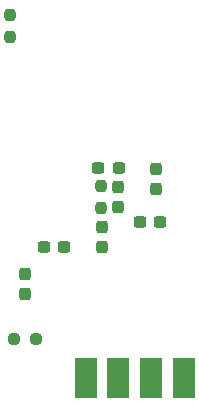
<source format=gbr>
%TF.GenerationSoftware,KiCad,Pcbnew,7.0.9*%
%TF.CreationDate,2024-08-25T17:31:11+01:00*%
%TF.ProjectId,RISKYKVM,5249534b-594b-4564-9d2e-6b696361645f,rev?*%
%TF.SameCoordinates,Original*%
%TF.FileFunction,Paste,Bot*%
%TF.FilePolarity,Positive*%
%FSLAX46Y46*%
G04 Gerber Fmt 4.6, Leading zero omitted, Abs format (unit mm)*
G04 Created by KiCad (PCBNEW 7.0.9) date 2024-08-25 17:31:11*
%MOMM*%
%LPD*%
G01*
G04 APERTURE LIST*
G04 Aperture macros list*
%AMRoundRect*
0 Rectangle with rounded corners*
0 $1 Rounding radius*
0 $2 $3 $4 $5 $6 $7 $8 $9 X,Y pos of 4 corners*
0 Add a 4 corners polygon primitive as box body*
4,1,4,$2,$3,$4,$5,$6,$7,$8,$9,$2,$3,0*
0 Add four circle primitives for the rounded corners*
1,1,$1+$1,$2,$3*
1,1,$1+$1,$4,$5*
1,1,$1+$1,$6,$7*
1,1,$1+$1,$8,$9*
0 Add four rect primitives between the rounded corners*
20,1,$1+$1,$2,$3,$4,$5,0*
20,1,$1+$1,$4,$5,$6,$7,0*
20,1,$1+$1,$6,$7,$8,$9,0*
20,1,$1+$1,$8,$9,$2,$3,0*%
G04 Aperture macros list end*
%ADD10R,1.846667X3.480000*%
%ADD11RoundRect,0.237500X-0.250000X-0.237500X0.250000X-0.237500X0.250000X0.237500X-0.250000X0.237500X0*%
%ADD12RoundRect,0.237500X-0.300000X-0.237500X0.300000X-0.237500X0.300000X0.237500X-0.300000X0.237500X0*%
%ADD13RoundRect,0.237500X0.237500X-0.250000X0.237500X0.250000X-0.237500X0.250000X-0.237500X-0.250000X0*%
%ADD14RoundRect,0.237500X-0.237500X0.300000X-0.237500X-0.300000X0.237500X-0.300000X0.237500X0.300000X0*%
%ADD15RoundRect,0.237500X0.300000X0.237500X-0.300000X0.237500X-0.300000X-0.237500X0.300000X-0.237500X0*%
G04 APERTURE END LIST*
D10*
%TO.C,J1*%
X126145000Y-108037500D03*
X128915000Y-108037500D03*
X131685000Y-108037500D03*
X134455000Y-108037500D03*
%TD*%
D11*
%TO.C,R1*%
X120080000Y-104720000D03*
X121905000Y-104720000D03*
%TD*%
D12*
%TO.C,C2*%
X127209700Y-90294000D03*
X128934700Y-90294000D03*
%TD*%
D13*
%TO.C,R3*%
X119775000Y-79162500D03*
X119775000Y-77337500D03*
%TD*%
D14*
%TO.C,C4*%
X120990000Y-99265000D03*
X120990000Y-100990000D03*
%TD*%
D15*
%TO.C,C1*%
X124308400Y-96981500D03*
X122583400Y-96981500D03*
%TD*%
%TO.C,C6*%
X132439900Y-94891400D03*
X130714900Y-94891400D03*
%TD*%
D14*
%TO.C,C3*%
X132136200Y-90345900D03*
X132136200Y-92070900D03*
%TD*%
%TO.C,C5*%
X127513400Y-95248100D03*
X127513400Y-96973100D03*
%TD*%
D13*
%TO.C,R2*%
X127437200Y-93670300D03*
X127437200Y-91845300D03*
%TD*%
D14*
%TO.C,C9*%
X128910400Y-91895300D03*
X128910400Y-93620300D03*
%TD*%
M02*

</source>
